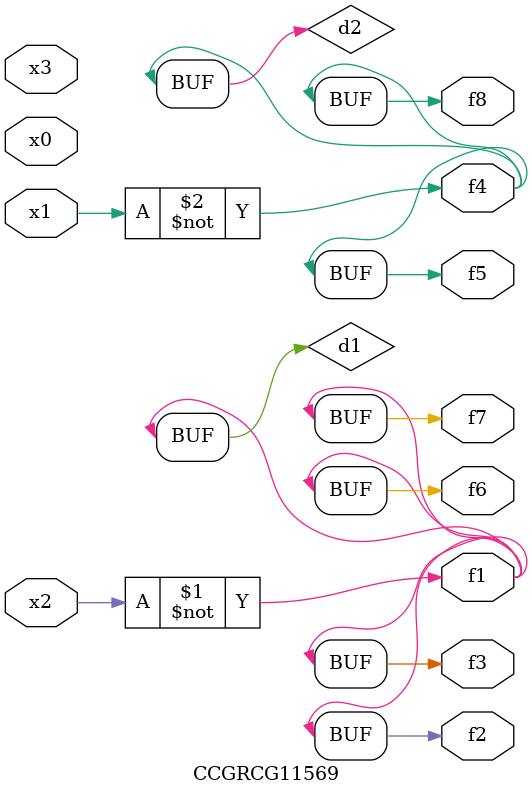
<source format=v>
module CCGRCG11569(
	input x0, x1, x2, x3,
	output f1, f2, f3, f4, f5, f6, f7, f8
);

	wire d1, d2;

	xnor (d1, x2);
	not (d2, x1);
	assign f1 = d1;
	assign f2 = d1;
	assign f3 = d1;
	assign f4 = d2;
	assign f5 = d2;
	assign f6 = d1;
	assign f7 = d1;
	assign f8 = d2;
endmodule

</source>
